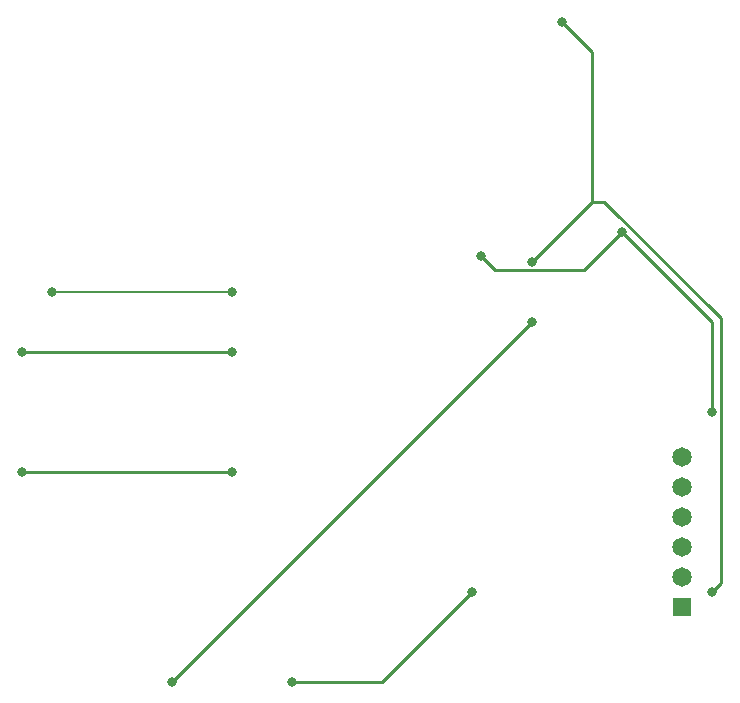
<source format=gbr>
%TF.GenerationSoftware,KiCad,Pcbnew,(6.0.7)*%
%TF.CreationDate,2022-08-17T17:24:52+08:00*%
%TF.ProjectId,asdfgg,61736466-6767-42e6-9b69-6361645f7063,rev?*%
%TF.SameCoordinates,Original*%
%TF.FileFunction,Copper,L2,Bot*%
%TF.FilePolarity,Positive*%
%FSLAX46Y46*%
G04 Gerber Fmt 4.6, Leading zero omitted, Abs format (unit mm)*
G04 Created by KiCad (PCBNEW (6.0.7)) date 2022-08-17 17:24:52*
%MOMM*%
%LPD*%
G01*
G04 APERTURE LIST*
%TA.AperFunction,NonConductor*%
%ADD10C,0.200000*%
%TD*%
%TA.AperFunction,ComponentPad*%
%ADD11R,1.650000X1.650000*%
%TD*%
%TA.AperFunction,ComponentPad*%
%ADD12C,1.650000*%
%TD*%
%TA.AperFunction,ViaPad*%
%ADD13C,0.800000*%
%TD*%
%TA.AperFunction,Conductor*%
%ADD14C,0.250000*%
%TD*%
G04 APERTURE END LIST*
D10*
X137160000Y-106680000D02*
X121920000Y-106680000D01*
D11*
%TO.P,JP2,1,1*%
%TO.N,GND*%
X175260000Y-133350000D03*
D12*
%TO.P,JP2,2,2*%
%TO.N,+3.3V*%
X175260000Y-130810000D03*
%TO.P,JP2,3,3*%
%TO.N,/SIGNAL_OUT*%
X175260000Y-128270000D03*
%TO.P,JP2,4,4*%
%TO.N,/LO-*%
X175260000Y-125730000D03*
%TO.P,JP2,5,5*%
%TO.N,/LO+*%
X175260000Y-123190000D03*
%TO.P,JP2,6,6*%
%TO.N,/SDN*%
X175260000Y-120650000D03*
%TD*%
D13*
%TO.N,*%
X121920000Y-106680000D03*
%TO.N,/REFOUT*%
X142240000Y-139700000D03*
X157480000Y-132080000D03*
%TO.N,+3.3V*%
X158204500Y-103640000D03*
X170180000Y-101600000D03*
X162560000Y-109220000D03*
X177800000Y-116840000D03*
X132080000Y-139700000D03*
%TO.N,GND*%
X177800000Y-132080000D03*
X162560000Y-104140000D03*
X165100000Y-83820000D03*
%TO.N,/RL*%
X137160000Y-121920000D03*
X119380000Y-121920000D03*
%TO.N,/LA*%
X137160000Y-106680000D03*
%TO.N,/RA*%
X137160000Y-111760000D03*
X119380000Y-111760000D03*
%TD*%
D14*
%TO.N,/RA*%
X137160000Y-111760000D02*
X119380000Y-111760000D01*
%TO.N,GND*%
X167640000Y-99060000D02*
X162560000Y-104140000D01*
X167640000Y-99060000D02*
X168665305Y-99060000D01*
X168665305Y-99060000D02*
X178525000Y-108919695D01*
X178525000Y-108919695D02*
X178525000Y-131355000D01*
X178525000Y-131355000D02*
X177800000Y-132080000D01*
X167640000Y-99060000D02*
X167640000Y-86360000D01*
X167640000Y-86360000D02*
X165100000Y-83820000D01*
%TO.N,/REFOUT*%
X149860000Y-139700000D02*
X157480000Y-132080000D01*
X142240000Y-139700000D02*
X149860000Y-139700000D01*
%TO.N,+3.3V*%
X166915000Y-104865000D02*
X159429500Y-104865000D01*
X170180000Y-101600000D02*
X166915000Y-104865000D01*
X159429500Y-104865000D02*
X158204500Y-103640000D01*
X132080000Y-139700000D02*
X162560000Y-109220000D01*
X177800000Y-109220000D02*
X177800000Y-116840000D01*
X170180000Y-101600000D02*
X177800000Y-109220000D01*
%TO.N,/RL*%
X119380000Y-121920000D02*
X137160000Y-121920000D01*
%TD*%
M02*

</source>
